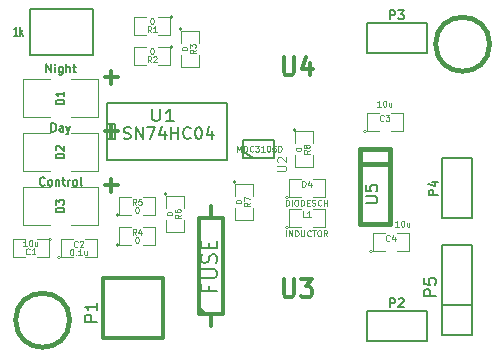
<source format=gto>
G04 (created by PCBNEW (2013-04-19 BZR 4011)-stable) date 7/15/2013 11:46:01 PM*
%MOIN*%
G04 Gerber Fmt 3.4, Leading zero omitted, Abs format*
%FSLAX34Y34*%
G01*
G70*
G90*
G04 APERTURE LIST*
%ADD10C,0.000787402*%
%ADD11C,0.0039*%
%ADD12C,0.0047*%
%ADD13C,0.012*%
%ADD14C,0.015*%
%ADD15C,0.006*%
%ADD16C,0.005*%
%ADD17C,0.008*%
%ADD18C,0.0043*%
%ADD19C,0.0118*%
%ADD20C,0.003*%
%ADD21C,0.00787402*%
G04 APERTURE END LIST*
G54D10*
G54D11*
X47100Y-44500D02*
G75*
G03X47100Y-44500I-50J0D01*
G74*
G01*
X46600Y-44500D02*
X47000Y-44500D01*
X47000Y-44500D02*
X47000Y-45100D01*
X47000Y-45100D02*
X46600Y-45100D01*
X46200Y-45100D02*
X45800Y-45100D01*
X45800Y-45100D02*
X45800Y-44500D01*
X45800Y-44500D02*
X46200Y-44500D01*
X47400Y-45100D02*
G75*
G03X47400Y-45100I-50J0D01*
G74*
G01*
X47800Y-45100D02*
X47400Y-45100D01*
X47400Y-45100D02*
X47400Y-44500D01*
X47400Y-44500D02*
X47800Y-44500D01*
X48200Y-44500D02*
X48600Y-44500D01*
X48600Y-44500D02*
X48600Y-45100D01*
X48600Y-45100D02*
X48200Y-45100D01*
G54D12*
X46140Y-40430D02*
X46140Y-39170D01*
X48660Y-40430D02*
X48660Y-39170D01*
X47047Y-39168D02*
X46147Y-39168D01*
X46147Y-40432D02*
X47047Y-40432D01*
X47754Y-40432D02*
X48654Y-40432D01*
X48654Y-39168D02*
X47754Y-39168D01*
X46140Y-42230D02*
X46140Y-40970D01*
X48660Y-42230D02*
X48660Y-40970D01*
X47047Y-40968D02*
X46147Y-40968D01*
X46147Y-42232D02*
X47047Y-42232D01*
X47754Y-42232D02*
X48654Y-42232D01*
X48654Y-40968D02*
X47754Y-40968D01*
X46140Y-44030D02*
X46140Y-42770D01*
X48660Y-44030D02*
X48660Y-42770D01*
X47047Y-42768D02*
X46147Y-42768D01*
X46147Y-44032D02*
X47047Y-44032D01*
X47754Y-44032D02*
X48654Y-44032D01*
X48654Y-42768D02*
X47754Y-42768D01*
G54D13*
X52400Y-47400D02*
X52400Y-47000D01*
X52400Y-47000D02*
X52000Y-47000D01*
X52000Y-47000D02*
X52000Y-43800D01*
X52000Y-43800D02*
X52800Y-43800D01*
X52800Y-43800D02*
X52800Y-47000D01*
X52800Y-47000D02*
X52400Y-47000D01*
X52200Y-47000D02*
X52000Y-46800D01*
X52400Y-43400D02*
X52400Y-43800D01*
G54D14*
X47700Y-47200D02*
G75*
G03X47700Y-47200I-900J0D01*
G74*
G01*
X61700Y-38000D02*
G75*
G03X61700Y-38000I-900J0D01*
G74*
G01*
G54D13*
X48800Y-47800D02*
X48800Y-45800D01*
X48800Y-45800D02*
X50800Y-45800D01*
X50800Y-45800D02*
X50800Y-47800D01*
X50800Y-47800D02*
X48800Y-47800D01*
G54D15*
X57600Y-47900D02*
X57600Y-46900D01*
X57600Y-46900D02*
X59600Y-46900D01*
X59600Y-46900D02*
X59600Y-47900D01*
X59600Y-47900D02*
X57600Y-47900D01*
X57600Y-38300D02*
X57600Y-37300D01*
X57600Y-37300D02*
X59600Y-37300D01*
X59600Y-37300D02*
X59600Y-38300D01*
X59600Y-38300D02*
X57600Y-38300D01*
X61100Y-43800D02*
X60100Y-43800D01*
X60100Y-43800D02*
X60100Y-41800D01*
X60100Y-41800D02*
X61100Y-41800D01*
X61100Y-41800D02*
X61100Y-43800D01*
X61100Y-47700D02*
X60100Y-47700D01*
X60100Y-47700D02*
X60100Y-44700D01*
X60100Y-44700D02*
X61100Y-44700D01*
X61100Y-44700D02*
X61100Y-47700D01*
X60100Y-46700D02*
X61100Y-46700D01*
G54D11*
X51150Y-37100D02*
G75*
G03X51150Y-37100I-50J0D01*
G74*
G01*
X50650Y-37100D02*
X51050Y-37100D01*
X51050Y-37100D02*
X51050Y-37700D01*
X51050Y-37700D02*
X50650Y-37700D01*
X50250Y-37700D02*
X49850Y-37700D01*
X49850Y-37700D02*
X49850Y-37100D01*
X49850Y-37100D02*
X50250Y-37100D01*
X51150Y-38100D02*
G75*
G03X51150Y-38100I-50J0D01*
G74*
G01*
X50650Y-38100D02*
X51050Y-38100D01*
X51050Y-38100D02*
X51050Y-38700D01*
X51050Y-38700D02*
X50650Y-38700D01*
X50250Y-38700D02*
X49850Y-38700D01*
X49850Y-38700D02*
X49850Y-38100D01*
X49850Y-38100D02*
X50250Y-38100D01*
X51450Y-37500D02*
G75*
G03X51450Y-37500I-50J0D01*
G74*
G01*
X51400Y-37950D02*
X51400Y-37550D01*
X51400Y-37550D02*
X52000Y-37550D01*
X52000Y-37550D02*
X52000Y-37950D01*
X52000Y-38350D02*
X52000Y-38750D01*
X52000Y-38750D02*
X51400Y-38750D01*
X51400Y-38750D02*
X51400Y-38350D01*
X49350Y-44700D02*
G75*
G03X49350Y-44700I-50J0D01*
G74*
G01*
X49750Y-44700D02*
X49350Y-44700D01*
X49350Y-44700D02*
X49350Y-44100D01*
X49350Y-44100D02*
X49750Y-44100D01*
X50150Y-44100D02*
X50550Y-44100D01*
X50550Y-44100D02*
X50550Y-44700D01*
X50550Y-44700D02*
X50150Y-44700D01*
X49350Y-43700D02*
G75*
G03X49350Y-43700I-50J0D01*
G74*
G01*
X49750Y-43700D02*
X49350Y-43700D01*
X49350Y-43700D02*
X49350Y-43100D01*
X49350Y-43100D02*
X49750Y-43100D01*
X50150Y-43100D02*
X50550Y-43100D01*
X50550Y-43100D02*
X50550Y-43700D01*
X50550Y-43700D02*
X50150Y-43700D01*
X50950Y-43000D02*
G75*
G03X50950Y-43000I-50J0D01*
G74*
G01*
X50900Y-43450D02*
X50900Y-43050D01*
X50900Y-43050D02*
X51500Y-43050D01*
X51500Y-43050D02*
X51500Y-43450D01*
X51500Y-43850D02*
X51500Y-44250D01*
X51500Y-44250D02*
X50900Y-44250D01*
X50900Y-44250D02*
X50900Y-43850D01*
X53250Y-42600D02*
G75*
G03X53250Y-42600I-50J0D01*
G74*
G01*
X53200Y-43050D02*
X53200Y-42650D01*
X53200Y-42650D02*
X53800Y-42650D01*
X53800Y-42650D02*
X53800Y-43050D01*
X53800Y-43450D02*
X53800Y-43850D01*
X53800Y-43850D02*
X53200Y-43850D01*
X53200Y-43850D02*
X53200Y-43450D01*
X55250Y-40850D02*
G75*
G03X55250Y-40850I-50J0D01*
G74*
G01*
X55200Y-41300D02*
X55200Y-40900D01*
X55200Y-40900D02*
X55800Y-40900D01*
X55800Y-40900D02*
X55800Y-41300D01*
X55800Y-41700D02*
X55800Y-42100D01*
X55800Y-42100D02*
X55200Y-42100D01*
X55200Y-42100D02*
X55200Y-41700D01*
G54D15*
X46388Y-36842D02*
X48485Y-36842D01*
X48485Y-36851D02*
X48485Y-38348D01*
X48485Y-38357D02*
X46388Y-38357D01*
X46379Y-38357D02*
X46379Y-36851D01*
G54D16*
X53800Y-41800D02*
X53500Y-41600D01*
X54500Y-41800D02*
X53475Y-41800D01*
X53475Y-41800D02*
X53475Y-41200D01*
X53475Y-41200D02*
X54500Y-41200D01*
X54500Y-41200D02*
X54500Y-41800D01*
G54D17*
X52950Y-39960D02*
X52950Y-41860D01*
X52950Y-41860D02*
X48950Y-41860D01*
X48950Y-41860D02*
X48950Y-39960D01*
X48950Y-39960D02*
X52950Y-39960D01*
X48950Y-40660D02*
X49200Y-40660D01*
X49200Y-40660D02*
X49200Y-41160D01*
X49200Y-41160D02*
X48950Y-41160D01*
G54D11*
X55000Y-44100D02*
G75*
G03X55000Y-44100I-50J0D01*
G74*
G01*
X55400Y-44100D02*
X55000Y-44100D01*
X55000Y-44100D02*
X55000Y-43500D01*
X55000Y-43500D02*
X55400Y-43500D01*
X55800Y-43500D02*
X56200Y-43500D01*
X56200Y-43500D02*
X56200Y-44100D01*
X56200Y-44100D02*
X55800Y-44100D01*
X55000Y-43100D02*
G75*
G03X55000Y-43100I-50J0D01*
G74*
G01*
X55400Y-43100D02*
X55000Y-43100D01*
X55000Y-43100D02*
X55000Y-42500D01*
X55000Y-42500D02*
X55400Y-42500D01*
X55800Y-42500D02*
X56200Y-42500D01*
X56200Y-42500D02*
X56200Y-43100D01*
X56200Y-43100D02*
X55800Y-43100D01*
X57600Y-40900D02*
G75*
G03X57600Y-40900I-50J0D01*
G74*
G01*
X58000Y-40900D02*
X57600Y-40900D01*
X57600Y-40900D02*
X57600Y-40300D01*
X57600Y-40300D02*
X58000Y-40300D01*
X58400Y-40300D02*
X58800Y-40300D01*
X58800Y-40300D02*
X58800Y-40900D01*
X58800Y-40900D02*
X58400Y-40900D01*
X57800Y-44900D02*
G75*
G03X57800Y-44900I-50J0D01*
G74*
G01*
X58200Y-44900D02*
X57800Y-44900D01*
X57800Y-44900D02*
X57800Y-44300D01*
X57800Y-44300D02*
X58200Y-44300D01*
X58600Y-44300D02*
X59000Y-44300D01*
X59000Y-44300D02*
X59000Y-44900D01*
X59000Y-44900D02*
X58600Y-44900D01*
G54D14*
X57390Y-41500D02*
X57390Y-44000D01*
X58374Y-41500D02*
X58374Y-44000D01*
X58374Y-44000D02*
X57390Y-44000D01*
X57390Y-41500D02*
X58374Y-41500D01*
X58374Y-42000D02*
X57390Y-42000D01*
G54D18*
X46367Y-44985D02*
X46357Y-44995D01*
X46329Y-45004D01*
X46310Y-45004D01*
X46282Y-44995D01*
X46263Y-44976D01*
X46254Y-44957D01*
X46245Y-44920D01*
X46245Y-44892D01*
X46254Y-44854D01*
X46263Y-44835D01*
X46282Y-44817D01*
X46310Y-44807D01*
X46329Y-44807D01*
X46357Y-44817D01*
X46367Y-44826D01*
X46554Y-45004D02*
X46442Y-45004D01*
X46498Y-45004D02*
X46498Y-44807D01*
X46479Y-44835D01*
X46460Y-44854D01*
X46442Y-44864D01*
X46273Y-44729D02*
X46160Y-44729D01*
X46217Y-44729D02*
X46217Y-44532D01*
X46198Y-44560D01*
X46179Y-44579D01*
X46160Y-44589D01*
X46395Y-44532D02*
X46414Y-44532D01*
X46432Y-44542D01*
X46442Y-44551D01*
X46451Y-44570D01*
X46460Y-44607D01*
X46460Y-44654D01*
X46451Y-44692D01*
X46442Y-44710D01*
X46432Y-44720D01*
X46414Y-44729D01*
X46395Y-44729D01*
X46376Y-44720D01*
X46367Y-44710D01*
X46357Y-44692D01*
X46348Y-44654D01*
X46348Y-44607D01*
X46357Y-44570D01*
X46367Y-44551D01*
X46376Y-44542D01*
X46395Y-44532D01*
X46629Y-44598D02*
X46629Y-44729D01*
X46545Y-44598D02*
X46545Y-44701D01*
X46554Y-44720D01*
X46573Y-44729D01*
X46601Y-44729D01*
X46620Y-44720D01*
X46629Y-44710D01*
X47967Y-44735D02*
X47957Y-44745D01*
X47929Y-44754D01*
X47910Y-44754D01*
X47882Y-44745D01*
X47863Y-44726D01*
X47854Y-44707D01*
X47845Y-44670D01*
X47845Y-44642D01*
X47854Y-44604D01*
X47863Y-44585D01*
X47882Y-44567D01*
X47910Y-44557D01*
X47929Y-44557D01*
X47957Y-44567D01*
X47967Y-44576D01*
X48042Y-44576D02*
X48051Y-44567D01*
X48070Y-44557D01*
X48117Y-44557D01*
X48136Y-44567D01*
X48145Y-44576D01*
X48154Y-44595D01*
X48154Y-44614D01*
X48145Y-44642D01*
X48032Y-44754D01*
X48154Y-44754D01*
X47760Y-44832D02*
X47779Y-44832D01*
X47798Y-44842D01*
X47807Y-44851D01*
X47817Y-44870D01*
X47826Y-44907D01*
X47826Y-44954D01*
X47817Y-44992D01*
X47807Y-45010D01*
X47798Y-45020D01*
X47779Y-45029D01*
X47760Y-45029D01*
X47742Y-45020D01*
X47732Y-45010D01*
X47723Y-44992D01*
X47713Y-44954D01*
X47713Y-44907D01*
X47723Y-44870D01*
X47732Y-44851D01*
X47742Y-44842D01*
X47760Y-44832D01*
X47910Y-45010D02*
X47920Y-45020D01*
X47910Y-45029D01*
X47901Y-45020D01*
X47910Y-45010D01*
X47910Y-45029D01*
X48107Y-45029D02*
X47995Y-45029D01*
X48051Y-45029D02*
X48051Y-44832D01*
X48032Y-44860D01*
X48014Y-44879D01*
X47995Y-44889D01*
X48276Y-44898D02*
X48276Y-45029D01*
X48192Y-44898D02*
X48192Y-45001D01*
X48201Y-45020D01*
X48220Y-45029D01*
X48248Y-45029D01*
X48267Y-45020D01*
X48276Y-45010D01*
G54D16*
X47511Y-40003D02*
X47235Y-40003D01*
X47235Y-39937D01*
X47248Y-39898D01*
X47275Y-39872D01*
X47301Y-39859D01*
X47354Y-39845D01*
X47393Y-39845D01*
X47446Y-39859D01*
X47472Y-39872D01*
X47498Y-39898D01*
X47511Y-39937D01*
X47511Y-40003D01*
X47511Y-39583D02*
X47511Y-39740D01*
X47511Y-39661D02*
X47235Y-39661D01*
X47275Y-39688D01*
X47301Y-39714D01*
X47314Y-39740D01*
X46926Y-38927D02*
X46926Y-38651D01*
X47084Y-38927D01*
X47084Y-38651D01*
X47216Y-38927D02*
X47216Y-38743D01*
X47216Y-38651D02*
X47202Y-38664D01*
X47216Y-38678D01*
X47229Y-38664D01*
X47216Y-38651D01*
X47216Y-38678D01*
X47465Y-38743D02*
X47465Y-38967D01*
X47452Y-38993D01*
X47439Y-39006D01*
X47413Y-39019D01*
X47373Y-39019D01*
X47347Y-39006D01*
X47465Y-38914D02*
X47439Y-38927D01*
X47386Y-38927D01*
X47360Y-38914D01*
X47347Y-38901D01*
X47334Y-38875D01*
X47334Y-38796D01*
X47347Y-38770D01*
X47360Y-38756D01*
X47386Y-38743D01*
X47439Y-38743D01*
X47465Y-38756D01*
X47597Y-38927D02*
X47597Y-38651D01*
X47715Y-38927D02*
X47715Y-38783D01*
X47702Y-38756D01*
X47676Y-38743D01*
X47636Y-38743D01*
X47610Y-38756D01*
X47597Y-38770D01*
X47807Y-38743D02*
X47912Y-38743D01*
X47846Y-38651D02*
X47846Y-38888D01*
X47860Y-38914D01*
X47886Y-38927D01*
X47912Y-38927D01*
G54D19*
X48864Y-39105D02*
X49321Y-39105D01*
X49093Y-39333D02*
X49093Y-38876D01*
G54D16*
X47511Y-41803D02*
X47235Y-41803D01*
X47235Y-41737D01*
X47248Y-41698D01*
X47275Y-41672D01*
X47301Y-41659D01*
X47354Y-41645D01*
X47393Y-41645D01*
X47446Y-41659D01*
X47472Y-41672D01*
X47498Y-41698D01*
X47511Y-41737D01*
X47511Y-41803D01*
X47262Y-41540D02*
X47248Y-41527D01*
X47235Y-41501D01*
X47235Y-41435D01*
X47248Y-41409D01*
X47262Y-41396D01*
X47288Y-41383D01*
X47314Y-41383D01*
X47354Y-41396D01*
X47511Y-41553D01*
X47511Y-41383D01*
X47097Y-40911D02*
X47097Y-40635D01*
X47163Y-40635D01*
X47202Y-40648D01*
X47229Y-40675D01*
X47242Y-40701D01*
X47255Y-40754D01*
X47255Y-40793D01*
X47242Y-40846D01*
X47229Y-40872D01*
X47202Y-40898D01*
X47163Y-40911D01*
X47097Y-40911D01*
X47492Y-40911D02*
X47492Y-40767D01*
X47478Y-40740D01*
X47452Y-40727D01*
X47400Y-40727D01*
X47373Y-40740D01*
X47492Y-40898D02*
X47465Y-40911D01*
X47400Y-40911D01*
X47373Y-40898D01*
X47360Y-40872D01*
X47360Y-40846D01*
X47373Y-40819D01*
X47400Y-40806D01*
X47465Y-40806D01*
X47492Y-40793D01*
X47597Y-40727D02*
X47662Y-40911D01*
X47728Y-40727D02*
X47662Y-40911D01*
X47636Y-40977D01*
X47623Y-40990D01*
X47597Y-41003D01*
G54D19*
X48864Y-40905D02*
X49321Y-40905D01*
X49093Y-41133D02*
X49093Y-40676D01*
G54D16*
X47511Y-43603D02*
X47235Y-43603D01*
X47235Y-43537D01*
X47248Y-43498D01*
X47275Y-43472D01*
X47301Y-43459D01*
X47354Y-43445D01*
X47393Y-43445D01*
X47446Y-43459D01*
X47472Y-43472D01*
X47498Y-43498D01*
X47511Y-43537D01*
X47511Y-43603D01*
X47235Y-43353D02*
X47235Y-43183D01*
X47340Y-43275D01*
X47340Y-43235D01*
X47354Y-43209D01*
X47367Y-43196D01*
X47393Y-43183D01*
X47459Y-43183D01*
X47485Y-43196D01*
X47498Y-43209D01*
X47511Y-43235D01*
X47511Y-43314D01*
X47498Y-43340D01*
X47485Y-43353D01*
X46874Y-42685D02*
X46861Y-42698D01*
X46821Y-42711D01*
X46795Y-42711D01*
X46756Y-42698D01*
X46729Y-42672D01*
X46716Y-42646D01*
X46703Y-42593D01*
X46703Y-42554D01*
X46716Y-42501D01*
X46729Y-42475D01*
X46756Y-42448D01*
X46795Y-42435D01*
X46821Y-42435D01*
X46861Y-42448D01*
X46874Y-42462D01*
X47032Y-42711D02*
X47005Y-42698D01*
X46992Y-42685D01*
X46979Y-42659D01*
X46979Y-42580D01*
X46992Y-42554D01*
X47005Y-42540D01*
X47032Y-42527D01*
X47071Y-42527D01*
X47097Y-42540D01*
X47110Y-42554D01*
X47124Y-42580D01*
X47124Y-42659D01*
X47110Y-42685D01*
X47097Y-42698D01*
X47071Y-42711D01*
X47032Y-42711D01*
X47242Y-42527D02*
X47242Y-42711D01*
X47242Y-42554D02*
X47255Y-42540D01*
X47281Y-42527D01*
X47321Y-42527D01*
X47347Y-42540D01*
X47360Y-42567D01*
X47360Y-42711D01*
X47452Y-42527D02*
X47557Y-42527D01*
X47492Y-42435D02*
X47492Y-42672D01*
X47505Y-42698D01*
X47531Y-42711D01*
X47557Y-42711D01*
X47649Y-42711D02*
X47649Y-42527D01*
X47649Y-42580D02*
X47662Y-42554D01*
X47676Y-42540D01*
X47702Y-42527D01*
X47728Y-42527D01*
X47860Y-42711D02*
X47833Y-42698D01*
X47820Y-42685D01*
X47807Y-42659D01*
X47807Y-42580D01*
X47820Y-42554D01*
X47833Y-42540D01*
X47860Y-42527D01*
X47899Y-42527D01*
X47925Y-42540D01*
X47938Y-42554D01*
X47952Y-42580D01*
X47952Y-42659D01*
X47938Y-42685D01*
X47925Y-42698D01*
X47899Y-42711D01*
X47860Y-42711D01*
X48109Y-42711D02*
X48083Y-42698D01*
X48070Y-42672D01*
X48070Y-42435D01*
G54D19*
X48864Y-42705D02*
X49321Y-42705D01*
X49093Y-42933D02*
X49093Y-42476D01*
G54D17*
X52334Y-46054D02*
X52334Y-46221D01*
X52622Y-46221D02*
X52072Y-46221D01*
X52072Y-45983D01*
X52072Y-45792D02*
X52517Y-45792D01*
X52570Y-45769D01*
X52596Y-45745D01*
X52622Y-45697D01*
X52622Y-45602D01*
X52596Y-45554D01*
X52570Y-45530D01*
X52517Y-45507D01*
X52072Y-45507D01*
X52596Y-45292D02*
X52622Y-45221D01*
X52622Y-45102D01*
X52596Y-45054D01*
X52570Y-45030D01*
X52517Y-45007D01*
X52465Y-45007D01*
X52413Y-45030D01*
X52386Y-45054D01*
X52360Y-45102D01*
X52334Y-45197D01*
X52308Y-45245D01*
X52282Y-45269D01*
X52229Y-45292D01*
X52177Y-45292D01*
X52125Y-45269D01*
X52098Y-45245D01*
X52072Y-45197D01*
X52072Y-45078D01*
X52098Y-45007D01*
X52334Y-44792D02*
X52334Y-44626D01*
X52622Y-44554D02*
X52622Y-44792D01*
X52072Y-44792D01*
X52072Y-44554D01*
X48611Y-47245D02*
X48211Y-47245D01*
X48211Y-47092D01*
X48230Y-47054D01*
X48250Y-47035D01*
X48288Y-47016D01*
X48345Y-47016D01*
X48383Y-47035D01*
X48402Y-47054D01*
X48421Y-47092D01*
X48421Y-47245D01*
X48611Y-46635D02*
X48611Y-46864D01*
X48611Y-46749D02*
X48211Y-46749D01*
X48269Y-46788D01*
X48307Y-46826D01*
X48326Y-46864D01*
G54D15*
X58378Y-46771D02*
X58378Y-46471D01*
X58492Y-46471D01*
X58521Y-46485D01*
X58535Y-46500D01*
X58550Y-46528D01*
X58550Y-46571D01*
X58535Y-46600D01*
X58521Y-46614D01*
X58492Y-46628D01*
X58378Y-46628D01*
X58664Y-46500D02*
X58678Y-46485D01*
X58707Y-46471D01*
X58778Y-46471D01*
X58807Y-46485D01*
X58821Y-46500D01*
X58835Y-46528D01*
X58835Y-46557D01*
X58821Y-46600D01*
X58650Y-46771D01*
X58835Y-46771D01*
X58378Y-37171D02*
X58378Y-36871D01*
X58492Y-36871D01*
X58521Y-36885D01*
X58535Y-36900D01*
X58550Y-36928D01*
X58550Y-36971D01*
X58535Y-37000D01*
X58521Y-37014D01*
X58492Y-37028D01*
X58378Y-37028D01*
X58650Y-36871D02*
X58835Y-36871D01*
X58735Y-36985D01*
X58778Y-36985D01*
X58807Y-37000D01*
X58821Y-37014D01*
X58835Y-37042D01*
X58835Y-37114D01*
X58821Y-37142D01*
X58807Y-37157D01*
X58778Y-37171D01*
X58692Y-37171D01*
X58664Y-37157D01*
X58650Y-37142D01*
X59971Y-43021D02*
X59671Y-43021D01*
X59671Y-42907D01*
X59685Y-42878D01*
X59700Y-42864D01*
X59728Y-42850D01*
X59771Y-42850D01*
X59800Y-42864D01*
X59814Y-42878D01*
X59828Y-42907D01*
X59828Y-43021D01*
X59771Y-42592D02*
X59971Y-42592D01*
X59657Y-42664D02*
X59871Y-42735D01*
X59871Y-42550D01*
X59911Y-46395D02*
X59511Y-46395D01*
X59511Y-46242D01*
X59530Y-46204D01*
X59550Y-46185D01*
X59588Y-46166D01*
X59645Y-46166D01*
X59683Y-46185D01*
X59702Y-46204D01*
X59721Y-46242D01*
X59721Y-46395D01*
X59511Y-45804D02*
X59511Y-45995D01*
X59702Y-46014D01*
X59683Y-45995D01*
X59664Y-45957D01*
X59664Y-45861D01*
X59683Y-45823D01*
X59702Y-45804D01*
X59740Y-45785D01*
X59835Y-45785D01*
X59873Y-45804D01*
X59892Y-45823D01*
X59911Y-45861D01*
X59911Y-45957D01*
X59892Y-45995D01*
X59873Y-46014D01*
G54D18*
X50417Y-37604D02*
X50351Y-37510D01*
X50304Y-37604D02*
X50304Y-37407D01*
X50379Y-37407D01*
X50398Y-37417D01*
X50407Y-37426D01*
X50417Y-37445D01*
X50417Y-37473D01*
X50407Y-37492D01*
X50398Y-37501D01*
X50379Y-37510D01*
X50304Y-37510D01*
X50604Y-37604D02*
X50492Y-37604D01*
X50548Y-37604D02*
X50548Y-37407D01*
X50529Y-37435D01*
X50510Y-37454D01*
X50492Y-37464D01*
X50440Y-37132D02*
X50459Y-37132D01*
X50478Y-37142D01*
X50487Y-37151D01*
X50496Y-37170D01*
X50506Y-37207D01*
X50506Y-37254D01*
X50496Y-37292D01*
X50487Y-37310D01*
X50478Y-37320D01*
X50459Y-37329D01*
X50440Y-37329D01*
X50421Y-37320D01*
X50412Y-37310D01*
X50403Y-37292D01*
X50393Y-37254D01*
X50393Y-37207D01*
X50403Y-37170D01*
X50412Y-37151D01*
X50421Y-37142D01*
X50440Y-37132D01*
X50417Y-38604D02*
X50351Y-38510D01*
X50304Y-38604D02*
X50304Y-38407D01*
X50379Y-38407D01*
X50398Y-38417D01*
X50407Y-38426D01*
X50417Y-38445D01*
X50417Y-38473D01*
X50407Y-38492D01*
X50398Y-38501D01*
X50379Y-38510D01*
X50304Y-38510D01*
X50492Y-38426D02*
X50501Y-38417D01*
X50520Y-38407D01*
X50567Y-38407D01*
X50586Y-38417D01*
X50595Y-38426D01*
X50604Y-38445D01*
X50604Y-38464D01*
X50595Y-38492D01*
X50482Y-38604D01*
X50604Y-38604D01*
X50440Y-38132D02*
X50459Y-38132D01*
X50478Y-38142D01*
X50487Y-38151D01*
X50496Y-38170D01*
X50506Y-38207D01*
X50506Y-38254D01*
X50496Y-38292D01*
X50487Y-38310D01*
X50478Y-38320D01*
X50459Y-38329D01*
X50440Y-38329D01*
X50421Y-38320D01*
X50412Y-38310D01*
X50403Y-38292D01*
X50393Y-38254D01*
X50393Y-38207D01*
X50403Y-38170D01*
X50412Y-38151D01*
X50421Y-38142D01*
X50440Y-38132D01*
X51904Y-38182D02*
X51810Y-38248D01*
X51904Y-38295D02*
X51707Y-38295D01*
X51707Y-38220D01*
X51717Y-38201D01*
X51726Y-38192D01*
X51745Y-38182D01*
X51773Y-38182D01*
X51792Y-38192D01*
X51801Y-38201D01*
X51810Y-38220D01*
X51810Y-38295D01*
X51707Y-38117D02*
X51707Y-37995D01*
X51782Y-38060D01*
X51782Y-38032D01*
X51792Y-38013D01*
X51801Y-38004D01*
X51820Y-37995D01*
X51867Y-37995D01*
X51885Y-38004D01*
X51895Y-38013D01*
X51904Y-38032D01*
X51904Y-38089D01*
X51895Y-38107D01*
X51885Y-38117D01*
X51432Y-38159D02*
X51432Y-38140D01*
X51442Y-38121D01*
X51451Y-38112D01*
X51470Y-38103D01*
X51507Y-38093D01*
X51554Y-38093D01*
X51592Y-38103D01*
X51610Y-38112D01*
X51620Y-38121D01*
X51629Y-38140D01*
X51629Y-38159D01*
X51620Y-38178D01*
X51610Y-38187D01*
X51592Y-38196D01*
X51554Y-38206D01*
X51507Y-38206D01*
X51470Y-38196D01*
X51451Y-38187D01*
X51442Y-38178D01*
X51432Y-38159D01*
X49917Y-44354D02*
X49851Y-44260D01*
X49804Y-44354D02*
X49804Y-44157D01*
X49879Y-44157D01*
X49898Y-44167D01*
X49907Y-44176D01*
X49917Y-44195D01*
X49917Y-44223D01*
X49907Y-44242D01*
X49898Y-44251D01*
X49879Y-44260D01*
X49804Y-44260D01*
X50086Y-44223D02*
X50086Y-44354D01*
X50039Y-44148D02*
X49992Y-44289D01*
X50114Y-44289D01*
X49940Y-44432D02*
X49959Y-44432D01*
X49978Y-44442D01*
X49987Y-44451D01*
X49996Y-44470D01*
X50006Y-44507D01*
X50006Y-44554D01*
X49996Y-44592D01*
X49987Y-44610D01*
X49978Y-44620D01*
X49959Y-44629D01*
X49940Y-44629D01*
X49921Y-44620D01*
X49912Y-44610D01*
X49903Y-44592D01*
X49893Y-44554D01*
X49893Y-44507D01*
X49903Y-44470D01*
X49912Y-44451D01*
X49921Y-44442D01*
X49940Y-44432D01*
X49917Y-43354D02*
X49851Y-43260D01*
X49804Y-43354D02*
X49804Y-43157D01*
X49879Y-43157D01*
X49898Y-43167D01*
X49907Y-43176D01*
X49917Y-43195D01*
X49917Y-43223D01*
X49907Y-43242D01*
X49898Y-43251D01*
X49879Y-43260D01*
X49804Y-43260D01*
X50095Y-43157D02*
X50001Y-43157D01*
X49992Y-43251D01*
X50001Y-43242D01*
X50020Y-43232D01*
X50067Y-43232D01*
X50086Y-43242D01*
X50095Y-43251D01*
X50104Y-43270D01*
X50104Y-43317D01*
X50095Y-43335D01*
X50086Y-43345D01*
X50067Y-43354D01*
X50020Y-43354D01*
X50001Y-43345D01*
X49992Y-43335D01*
X49940Y-43432D02*
X49959Y-43432D01*
X49978Y-43442D01*
X49987Y-43451D01*
X49996Y-43470D01*
X50006Y-43507D01*
X50006Y-43554D01*
X49996Y-43592D01*
X49987Y-43610D01*
X49978Y-43620D01*
X49959Y-43629D01*
X49940Y-43629D01*
X49921Y-43620D01*
X49912Y-43610D01*
X49903Y-43592D01*
X49893Y-43554D01*
X49893Y-43507D01*
X49903Y-43470D01*
X49912Y-43451D01*
X49921Y-43442D01*
X49940Y-43432D01*
X51404Y-43682D02*
X51310Y-43748D01*
X51404Y-43795D02*
X51207Y-43795D01*
X51207Y-43720D01*
X51217Y-43701D01*
X51226Y-43692D01*
X51245Y-43682D01*
X51273Y-43682D01*
X51292Y-43692D01*
X51301Y-43701D01*
X51310Y-43720D01*
X51310Y-43795D01*
X51207Y-43513D02*
X51207Y-43551D01*
X51217Y-43570D01*
X51226Y-43579D01*
X51254Y-43598D01*
X51292Y-43607D01*
X51367Y-43607D01*
X51385Y-43598D01*
X51395Y-43589D01*
X51404Y-43570D01*
X51404Y-43532D01*
X51395Y-43513D01*
X51385Y-43504D01*
X51367Y-43495D01*
X51320Y-43495D01*
X51301Y-43504D01*
X51292Y-43513D01*
X51282Y-43532D01*
X51282Y-43570D01*
X51292Y-43589D01*
X51301Y-43598D01*
X51320Y-43607D01*
X50932Y-43659D02*
X50932Y-43640D01*
X50942Y-43621D01*
X50951Y-43612D01*
X50970Y-43603D01*
X51007Y-43593D01*
X51054Y-43593D01*
X51092Y-43603D01*
X51110Y-43612D01*
X51120Y-43621D01*
X51129Y-43640D01*
X51129Y-43659D01*
X51120Y-43678D01*
X51110Y-43687D01*
X51092Y-43696D01*
X51054Y-43706D01*
X51007Y-43706D01*
X50970Y-43696D01*
X50951Y-43687D01*
X50942Y-43678D01*
X50932Y-43659D01*
X53704Y-43282D02*
X53610Y-43348D01*
X53704Y-43395D02*
X53507Y-43395D01*
X53507Y-43320D01*
X53517Y-43301D01*
X53526Y-43292D01*
X53545Y-43282D01*
X53573Y-43282D01*
X53592Y-43292D01*
X53601Y-43301D01*
X53610Y-43320D01*
X53610Y-43395D01*
X53507Y-43217D02*
X53507Y-43085D01*
X53704Y-43170D01*
X53232Y-43259D02*
X53232Y-43240D01*
X53242Y-43221D01*
X53251Y-43212D01*
X53270Y-43203D01*
X53307Y-43193D01*
X53354Y-43193D01*
X53392Y-43203D01*
X53410Y-43212D01*
X53420Y-43221D01*
X53429Y-43240D01*
X53429Y-43259D01*
X53420Y-43278D01*
X53410Y-43287D01*
X53392Y-43296D01*
X53354Y-43306D01*
X53307Y-43306D01*
X53270Y-43296D01*
X53251Y-43287D01*
X53242Y-43278D01*
X53232Y-43259D01*
X55704Y-41532D02*
X55610Y-41598D01*
X55704Y-41645D02*
X55507Y-41645D01*
X55507Y-41570D01*
X55517Y-41551D01*
X55526Y-41542D01*
X55545Y-41532D01*
X55573Y-41532D01*
X55592Y-41542D01*
X55601Y-41551D01*
X55610Y-41570D01*
X55610Y-41645D01*
X55592Y-41420D02*
X55582Y-41439D01*
X55573Y-41448D01*
X55554Y-41457D01*
X55545Y-41457D01*
X55526Y-41448D01*
X55517Y-41439D01*
X55507Y-41420D01*
X55507Y-41382D01*
X55517Y-41363D01*
X55526Y-41354D01*
X55545Y-41345D01*
X55554Y-41345D01*
X55573Y-41354D01*
X55582Y-41363D01*
X55592Y-41382D01*
X55592Y-41420D01*
X55601Y-41439D01*
X55610Y-41448D01*
X55629Y-41457D01*
X55667Y-41457D01*
X55685Y-41448D01*
X55695Y-41439D01*
X55704Y-41420D01*
X55704Y-41382D01*
X55695Y-41363D01*
X55685Y-41354D01*
X55667Y-41345D01*
X55629Y-41345D01*
X55610Y-41354D01*
X55601Y-41363D01*
X55592Y-41382D01*
X55232Y-41509D02*
X55232Y-41490D01*
X55242Y-41471D01*
X55251Y-41462D01*
X55270Y-41453D01*
X55307Y-41443D01*
X55354Y-41443D01*
X55392Y-41453D01*
X55410Y-41462D01*
X55420Y-41471D01*
X55429Y-41490D01*
X55429Y-41509D01*
X55420Y-41528D01*
X55410Y-41537D01*
X55392Y-41546D01*
X55354Y-41556D01*
X55307Y-41556D01*
X55270Y-41546D01*
X55251Y-41537D01*
X55242Y-41528D01*
X55232Y-41509D01*
G54D16*
X45976Y-37721D02*
X45861Y-37721D01*
X45919Y-37721D02*
X45919Y-37421D01*
X45900Y-37464D01*
X45880Y-37492D01*
X45861Y-37507D01*
X46061Y-37721D02*
X46061Y-37421D01*
X46080Y-37607D02*
X46138Y-37721D01*
X46138Y-37521D02*
X46061Y-37635D01*
G54D20*
X54621Y-42228D02*
X54864Y-42228D01*
X54892Y-42214D01*
X54907Y-42200D01*
X54921Y-42171D01*
X54921Y-42114D01*
X54907Y-42085D01*
X54892Y-42071D01*
X54864Y-42057D01*
X54621Y-42057D01*
X54650Y-41928D02*
X54635Y-41914D01*
X54621Y-41885D01*
X54621Y-41814D01*
X54635Y-41785D01*
X54650Y-41771D01*
X54678Y-41757D01*
X54707Y-41757D01*
X54750Y-41771D01*
X54921Y-41942D01*
X54921Y-41757D01*
X53288Y-41579D02*
X53288Y-41382D01*
X53354Y-41523D01*
X53419Y-41382D01*
X53419Y-41579D01*
X53513Y-41579D02*
X53513Y-41382D01*
X53560Y-41382D01*
X53588Y-41392D01*
X53607Y-41410D01*
X53616Y-41429D01*
X53626Y-41467D01*
X53626Y-41495D01*
X53616Y-41532D01*
X53607Y-41551D01*
X53588Y-41570D01*
X53560Y-41579D01*
X53513Y-41579D01*
X53823Y-41560D02*
X53813Y-41570D01*
X53785Y-41579D01*
X53767Y-41579D01*
X53738Y-41570D01*
X53720Y-41551D01*
X53710Y-41532D01*
X53701Y-41495D01*
X53701Y-41467D01*
X53710Y-41429D01*
X53720Y-41410D01*
X53738Y-41392D01*
X53767Y-41382D01*
X53785Y-41382D01*
X53813Y-41392D01*
X53823Y-41401D01*
X53888Y-41382D02*
X54010Y-41382D01*
X53945Y-41457D01*
X53973Y-41457D01*
X53992Y-41467D01*
X54001Y-41476D01*
X54010Y-41495D01*
X54010Y-41542D01*
X54001Y-41560D01*
X53992Y-41570D01*
X53973Y-41579D01*
X53917Y-41579D01*
X53898Y-41570D01*
X53888Y-41560D01*
X54198Y-41579D02*
X54085Y-41579D01*
X54142Y-41579D02*
X54142Y-41382D01*
X54123Y-41410D01*
X54104Y-41429D01*
X54085Y-41439D01*
X54320Y-41382D02*
X54339Y-41382D01*
X54358Y-41392D01*
X54367Y-41401D01*
X54376Y-41420D01*
X54386Y-41457D01*
X54386Y-41504D01*
X54376Y-41542D01*
X54367Y-41560D01*
X54358Y-41570D01*
X54339Y-41579D01*
X54320Y-41579D01*
X54301Y-41570D01*
X54292Y-41560D01*
X54282Y-41542D01*
X54273Y-41504D01*
X54273Y-41457D01*
X54282Y-41420D01*
X54292Y-41401D01*
X54301Y-41392D01*
X54320Y-41382D01*
X54564Y-41382D02*
X54470Y-41382D01*
X54461Y-41476D01*
X54470Y-41467D01*
X54489Y-41457D01*
X54536Y-41457D01*
X54555Y-41467D01*
X54564Y-41476D01*
X54573Y-41495D01*
X54573Y-41542D01*
X54564Y-41560D01*
X54555Y-41570D01*
X54536Y-41579D01*
X54489Y-41579D01*
X54470Y-41570D01*
X54461Y-41560D01*
X54658Y-41579D02*
X54658Y-41382D01*
X54705Y-41382D01*
X54733Y-41392D01*
X54752Y-41410D01*
X54761Y-41429D01*
X54770Y-41467D01*
X54770Y-41495D01*
X54761Y-41532D01*
X54752Y-41551D01*
X54733Y-41570D01*
X54705Y-41579D01*
X54658Y-41579D01*
G54D13*
X54838Y-45842D02*
X54838Y-46328D01*
X54867Y-46385D01*
X54896Y-46414D01*
X54953Y-46442D01*
X55067Y-46442D01*
X55124Y-46414D01*
X55153Y-46385D01*
X55181Y-46328D01*
X55181Y-45842D01*
X55410Y-45842D02*
X55781Y-45842D01*
X55581Y-46071D01*
X55667Y-46071D01*
X55724Y-46100D01*
X55753Y-46128D01*
X55781Y-46185D01*
X55781Y-46328D01*
X55753Y-46385D01*
X55724Y-46414D01*
X55667Y-46442D01*
X55496Y-46442D01*
X55438Y-46414D01*
X55410Y-46385D01*
X54838Y-38442D02*
X54838Y-38928D01*
X54867Y-38985D01*
X54896Y-39014D01*
X54953Y-39042D01*
X55067Y-39042D01*
X55124Y-39014D01*
X55153Y-38985D01*
X55181Y-38928D01*
X55181Y-38442D01*
X55724Y-38642D02*
X55724Y-39042D01*
X55581Y-38414D02*
X55438Y-38842D01*
X55810Y-38842D01*
G54D16*
X50457Y-40161D02*
X50457Y-40485D01*
X50478Y-40523D01*
X50500Y-40542D01*
X50542Y-40561D01*
X50628Y-40561D01*
X50671Y-40542D01*
X50692Y-40523D01*
X50714Y-40485D01*
X50714Y-40161D01*
X51164Y-40561D02*
X50907Y-40561D01*
X51035Y-40561D02*
X51035Y-40161D01*
X50992Y-40219D01*
X50950Y-40257D01*
X50907Y-40276D01*
X49504Y-41142D02*
X49561Y-41161D01*
X49657Y-41161D01*
X49695Y-41142D01*
X49714Y-41123D01*
X49733Y-41085D01*
X49733Y-41047D01*
X49714Y-41009D01*
X49695Y-40990D01*
X49657Y-40971D01*
X49580Y-40952D01*
X49542Y-40933D01*
X49523Y-40914D01*
X49504Y-40876D01*
X49504Y-40838D01*
X49523Y-40800D01*
X49542Y-40780D01*
X49580Y-40761D01*
X49676Y-40761D01*
X49733Y-40780D01*
X49904Y-41161D02*
X49904Y-40761D01*
X50133Y-41161D01*
X50133Y-40761D01*
X50285Y-40761D02*
X50552Y-40761D01*
X50380Y-41161D01*
X50876Y-40895D02*
X50876Y-41161D01*
X50780Y-40742D02*
X50685Y-41028D01*
X50933Y-41028D01*
X51085Y-41161D02*
X51085Y-40761D01*
X51085Y-40952D02*
X51314Y-40952D01*
X51314Y-41161D02*
X51314Y-40761D01*
X51733Y-41123D02*
X51714Y-41142D01*
X51657Y-41161D01*
X51619Y-41161D01*
X51561Y-41142D01*
X51523Y-41104D01*
X51504Y-41066D01*
X51485Y-40990D01*
X51485Y-40933D01*
X51504Y-40857D01*
X51523Y-40819D01*
X51561Y-40780D01*
X51619Y-40761D01*
X51657Y-40761D01*
X51714Y-40780D01*
X51733Y-40800D01*
X51980Y-40761D02*
X52019Y-40761D01*
X52057Y-40780D01*
X52076Y-40800D01*
X52095Y-40838D01*
X52114Y-40914D01*
X52114Y-41009D01*
X52095Y-41085D01*
X52076Y-41123D01*
X52057Y-41142D01*
X52019Y-41161D01*
X51980Y-41161D01*
X51942Y-41142D01*
X51923Y-41123D01*
X51904Y-41085D01*
X51885Y-41009D01*
X51885Y-40914D01*
X51904Y-40838D01*
X51923Y-40800D01*
X51942Y-40780D01*
X51980Y-40761D01*
X52457Y-40895D02*
X52457Y-41161D01*
X52361Y-40742D02*
X52266Y-41028D01*
X52514Y-41028D01*
G54D18*
X55567Y-43754D02*
X55473Y-43754D01*
X55473Y-43557D01*
X55736Y-43754D02*
X55623Y-43754D01*
X55679Y-43754D02*
X55679Y-43557D01*
X55660Y-43585D01*
X55642Y-43604D01*
X55623Y-43614D01*
X54919Y-44400D02*
X54919Y-44203D01*
X55013Y-44400D02*
X55013Y-44203D01*
X55126Y-44400D01*
X55126Y-44203D01*
X55220Y-44400D02*
X55220Y-44203D01*
X55266Y-44203D01*
X55295Y-44213D01*
X55313Y-44232D01*
X55323Y-44250D01*
X55332Y-44288D01*
X55332Y-44316D01*
X55323Y-44354D01*
X55313Y-44372D01*
X55295Y-44391D01*
X55266Y-44400D01*
X55220Y-44400D01*
X55417Y-44203D02*
X55417Y-44363D01*
X55426Y-44382D01*
X55435Y-44391D01*
X55454Y-44400D01*
X55492Y-44400D01*
X55510Y-44391D01*
X55520Y-44382D01*
X55529Y-44363D01*
X55529Y-44203D01*
X55736Y-44382D02*
X55726Y-44391D01*
X55698Y-44400D01*
X55679Y-44400D01*
X55651Y-44391D01*
X55632Y-44372D01*
X55623Y-44354D01*
X55614Y-44316D01*
X55614Y-44288D01*
X55623Y-44250D01*
X55632Y-44232D01*
X55651Y-44213D01*
X55679Y-44203D01*
X55698Y-44203D01*
X55726Y-44213D01*
X55736Y-44222D01*
X55792Y-44203D02*
X55904Y-44203D01*
X55848Y-44400D02*
X55848Y-44203D01*
X56008Y-44203D02*
X56045Y-44203D01*
X56064Y-44213D01*
X56083Y-44232D01*
X56092Y-44269D01*
X56092Y-44335D01*
X56083Y-44372D01*
X56064Y-44391D01*
X56045Y-44400D01*
X56008Y-44400D01*
X55989Y-44391D01*
X55970Y-44372D01*
X55961Y-44335D01*
X55961Y-44269D01*
X55970Y-44232D01*
X55989Y-44213D01*
X56008Y-44203D01*
X56289Y-44400D02*
X56223Y-44307D01*
X56176Y-44400D02*
X56176Y-44203D01*
X56251Y-44203D01*
X56270Y-44213D01*
X56280Y-44222D01*
X56289Y-44241D01*
X56289Y-44269D01*
X56280Y-44288D01*
X56270Y-44297D01*
X56251Y-44307D01*
X56176Y-44307D01*
X55454Y-42754D02*
X55454Y-42557D01*
X55501Y-42557D01*
X55529Y-42567D01*
X55548Y-42585D01*
X55557Y-42604D01*
X55567Y-42642D01*
X55567Y-42670D01*
X55557Y-42707D01*
X55548Y-42726D01*
X55529Y-42745D01*
X55501Y-42754D01*
X55454Y-42754D01*
X55736Y-42623D02*
X55736Y-42754D01*
X55689Y-42548D02*
X55642Y-42689D01*
X55764Y-42689D01*
X54915Y-43384D02*
X54915Y-43187D01*
X54962Y-43187D01*
X54990Y-43196D01*
X55009Y-43215D01*
X55018Y-43233D01*
X55027Y-43271D01*
X55027Y-43299D01*
X55018Y-43337D01*
X55009Y-43355D01*
X54990Y-43374D01*
X54962Y-43384D01*
X54915Y-43384D01*
X55112Y-43384D02*
X55112Y-43187D01*
X55243Y-43187D02*
X55281Y-43187D01*
X55299Y-43196D01*
X55318Y-43215D01*
X55327Y-43252D01*
X55327Y-43318D01*
X55318Y-43355D01*
X55299Y-43374D01*
X55281Y-43384D01*
X55243Y-43384D01*
X55224Y-43374D01*
X55206Y-43355D01*
X55196Y-43318D01*
X55196Y-43252D01*
X55206Y-43215D01*
X55224Y-43196D01*
X55243Y-43187D01*
X55412Y-43384D02*
X55412Y-43187D01*
X55459Y-43187D01*
X55487Y-43196D01*
X55506Y-43215D01*
X55515Y-43233D01*
X55524Y-43271D01*
X55524Y-43299D01*
X55515Y-43337D01*
X55506Y-43355D01*
X55487Y-43374D01*
X55459Y-43384D01*
X55412Y-43384D01*
X55609Y-43280D02*
X55675Y-43280D01*
X55703Y-43384D02*
X55609Y-43384D01*
X55609Y-43187D01*
X55703Y-43187D01*
X55778Y-43374D02*
X55806Y-43384D01*
X55853Y-43384D01*
X55872Y-43374D01*
X55881Y-43365D01*
X55890Y-43346D01*
X55890Y-43327D01*
X55881Y-43309D01*
X55872Y-43299D01*
X55853Y-43290D01*
X55815Y-43280D01*
X55797Y-43271D01*
X55787Y-43262D01*
X55778Y-43243D01*
X55778Y-43224D01*
X55787Y-43205D01*
X55797Y-43196D01*
X55815Y-43187D01*
X55862Y-43187D01*
X55890Y-43196D01*
X56087Y-43365D02*
X56078Y-43374D01*
X56050Y-43384D01*
X56031Y-43384D01*
X56003Y-43374D01*
X55984Y-43355D01*
X55975Y-43337D01*
X55965Y-43299D01*
X55965Y-43271D01*
X55975Y-43233D01*
X55984Y-43215D01*
X56003Y-43196D01*
X56031Y-43187D01*
X56050Y-43187D01*
X56078Y-43196D01*
X56087Y-43205D01*
X56172Y-43384D02*
X56172Y-43187D01*
X56172Y-43280D02*
X56284Y-43280D01*
X56284Y-43384D02*
X56284Y-43187D01*
X58167Y-40535D02*
X58157Y-40545D01*
X58129Y-40554D01*
X58110Y-40554D01*
X58082Y-40545D01*
X58063Y-40526D01*
X58054Y-40507D01*
X58045Y-40470D01*
X58045Y-40442D01*
X58054Y-40404D01*
X58063Y-40385D01*
X58082Y-40367D01*
X58110Y-40357D01*
X58129Y-40357D01*
X58157Y-40367D01*
X58167Y-40376D01*
X58232Y-40357D02*
X58354Y-40357D01*
X58289Y-40432D01*
X58317Y-40432D01*
X58336Y-40442D01*
X58345Y-40451D01*
X58354Y-40470D01*
X58354Y-40517D01*
X58345Y-40535D01*
X58336Y-40545D01*
X58317Y-40554D01*
X58260Y-40554D01*
X58242Y-40545D01*
X58232Y-40535D01*
X58073Y-40079D02*
X57960Y-40079D01*
X58017Y-40079D02*
X58017Y-39882D01*
X57998Y-39910D01*
X57979Y-39929D01*
X57960Y-39939D01*
X58195Y-39882D02*
X58214Y-39882D01*
X58232Y-39892D01*
X58242Y-39901D01*
X58251Y-39920D01*
X58260Y-39957D01*
X58260Y-40004D01*
X58251Y-40042D01*
X58242Y-40060D01*
X58232Y-40070D01*
X58214Y-40079D01*
X58195Y-40079D01*
X58176Y-40070D01*
X58167Y-40060D01*
X58157Y-40042D01*
X58148Y-40004D01*
X58148Y-39957D01*
X58157Y-39920D01*
X58167Y-39901D01*
X58176Y-39892D01*
X58195Y-39882D01*
X58429Y-39948D02*
X58429Y-40079D01*
X58345Y-39948D02*
X58345Y-40051D01*
X58354Y-40070D01*
X58373Y-40079D01*
X58401Y-40079D01*
X58420Y-40070D01*
X58429Y-40060D01*
X58367Y-44535D02*
X58357Y-44545D01*
X58329Y-44554D01*
X58310Y-44554D01*
X58282Y-44545D01*
X58263Y-44526D01*
X58254Y-44507D01*
X58245Y-44470D01*
X58245Y-44442D01*
X58254Y-44404D01*
X58263Y-44385D01*
X58282Y-44367D01*
X58310Y-44357D01*
X58329Y-44357D01*
X58357Y-44367D01*
X58367Y-44376D01*
X58536Y-44423D02*
X58536Y-44554D01*
X58489Y-44348D02*
X58442Y-44489D01*
X58564Y-44489D01*
X58673Y-44079D02*
X58560Y-44079D01*
X58617Y-44079D02*
X58617Y-43882D01*
X58598Y-43910D01*
X58579Y-43929D01*
X58560Y-43939D01*
X58795Y-43882D02*
X58814Y-43882D01*
X58832Y-43892D01*
X58842Y-43901D01*
X58851Y-43920D01*
X58860Y-43957D01*
X58860Y-44004D01*
X58851Y-44042D01*
X58842Y-44060D01*
X58832Y-44070D01*
X58814Y-44079D01*
X58795Y-44079D01*
X58776Y-44070D01*
X58767Y-44060D01*
X58757Y-44042D01*
X58748Y-44004D01*
X58748Y-43957D01*
X58757Y-43920D01*
X58767Y-43901D01*
X58776Y-43892D01*
X58795Y-43882D01*
X59029Y-43948D02*
X59029Y-44079D01*
X58945Y-43948D02*
X58945Y-44051D01*
X58954Y-44070D01*
X58973Y-44079D01*
X59001Y-44079D01*
X59020Y-44070D01*
X59029Y-44060D01*
G54D21*
X57565Y-43299D02*
X57884Y-43299D01*
X57921Y-43281D01*
X57940Y-43262D01*
X57959Y-43224D01*
X57959Y-43149D01*
X57940Y-43112D01*
X57921Y-43093D01*
X57884Y-43074D01*
X57565Y-43074D01*
X57565Y-42700D02*
X57565Y-42887D01*
X57753Y-42906D01*
X57734Y-42887D01*
X57715Y-42850D01*
X57715Y-42756D01*
X57734Y-42718D01*
X57753Y-42700D01*
X57790Y-42681D01*
X57884Y-42681D01*
X57921Y-42700D01*
X57940Y-42718D01*
X57959Y-42756D01*
X57959Y-42850D01*
X57940Y-42887D01*
X57921Y-42906D01*
M02*

</source>
